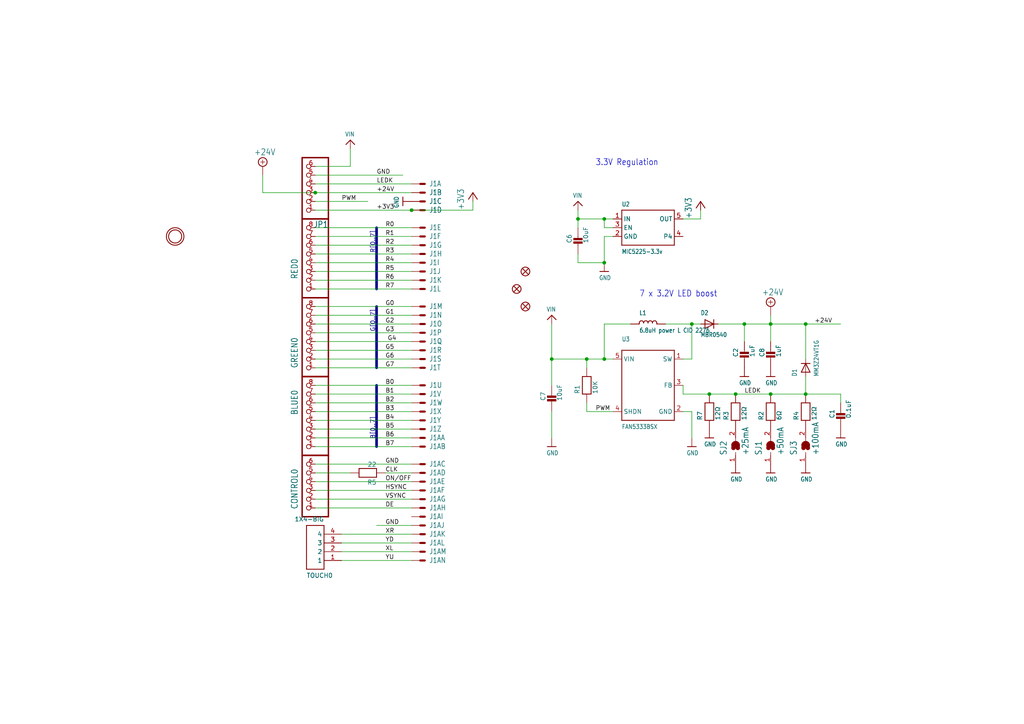
<source format=kicad_sch>
(kicad_sch (version 20230121) (generator eeschema)
  (paper "A4")
  (lib_symbols
    (symbol "working-eagle-import:+24V" (power)
      (property "Value" "+24V" (at -2.54 3.175 0))
      (symbol "+24V_1_0"
        (polyline (pts (xy -0.635 1.27) (xy 0.635 1.27)) (stroke (width 0.1524)))
        (polyline (pts (xy 0 0.635) (xy 0 1.905)) (stroke (width 0.1524)))
        (circle (center 0 1.27) (radius 1.27) (stroke (width 0.254)))
        (pin power_in line (at 0 -2.54 90) (length 2.54) (name "+24V") (number "1"))
      )
    )
    (symbol "working-eagle-import:+3V3" (power)
      (property "Value" "+3V3" (at -2.54 -5.08 90))
      (symbol "+3V3_1_0"
        (polyline (pts (xy 0 0) (xy -1.27 -1.905)) (stroke (width 0.254)))
        (polyline (pts (xy 1.27 -1.905) (xy 0 0)) (stroke (width 0.254)))
        (pin power_in line (at 0 -2.54 90) (length 2.54) (name "+3V3") (number "1"))
      )
    )
    (symbol "working-eagle-import:1X4-BIG"
      (property "Reference" "CN" (at 5.08 7.62 0))
      (symbol "1X4-BIG_1_0"
        (polyline (pts (xy 0 -7.62) (xy 0 5.08)) (stroke (width 0.254)))
        (polyline (pts (xy 0 5.08) (xy 5.08 5.08)) (stroke (width 0.254)))
        (polyline (pts (xy 5.08 -7.62) (xy 0 -7.62)) (stroke (width 0.254)))
        (polyline (pts (xy 5.08 5.08) (xy 5.08 -7.62)) (stroke (width 0.254)))
        (pin bidirectional line (at -5.08 2.54 0) (length 5.08) (name "1") (number "1"))
        (pin bidirectional line (at -5.08 0 0) (length 5.08) (name "2") (number "2"))
        (pin bidirectional line (at -5.08 -2.54 0) (length 5.08) (name "3") (number "3"))
        (pin bidirectional line (at -5.08 -5.08 0) (length 5.08) (name "4") (number "4"))
      )
    )
    (symbol "working-eagle-import:40PINFPC4-1734839-0"
      (property "Reference" "J" (at 2.54 -0.762 0))
      (symbol "40PINFPC4-1734839-0_1_0"
        (polyline (pts (xy 0 0) (xy 1.27 0)) (stroke (width 0.6096)))
        (pin passive line (at -2.54 0 0) (length 2.54) (name "MSV") (number "1"))
      )
      (symbol "40PINFPC4-1734839-0_2_0"
        (polyline (pts (xy 0 0) (xy 1.27 0)) (stroke (width 0.6096)))
        (pin passive line (at -2.54 0 0) (length 2.54) (name "MS") (number "2"))
      )
      (symbol "40PINFPC4-1734839-0_3_0"
        (polyline (pts (xy 0 0) (xy 1.27 0)) (stroke (width 0.6096)))
        (pin passive line (at -2.54 0 0) (length 2.54) (name "MS") (number "3"))
      )
      (symbol "40PINFPC4-1734839-0_4_0"
        (polyline (pts (xy 0 0) (xy 1.27 0)) (stroke (width 0.6096)))
        (pin passive line (at -2.54 0 0) (length 2.54) (name "MS") (number "4"))
      )
      (symbol "40PINFPC4-1734839-0_5_0"
        (polyline (pts (xy 0 0) (xy 1.27 0)) (stroke (width 0.6096)))
        (pin passive line (at -2.54 0 0) (length 2.54) (name "MS") (number "5"))
      )
      (symbol "40PINFPC4-1734839-0_6_0"
        (polyline (pts (xy 0 0) (xy 1.27 0)) (stroke (width 0.6096)))
        (pin passive line (at -2.54 0 0) (length 2.54) (name "MS") (number "6"))
      )
      (symbol "40PINFPC4-1734839-0_7_0"
        (polyline (pts (xy 0 0) (xy 1.27 0)) (stroke (width 0.6096)))
        (pin passive line (at -2.54 0 0) (length 2.54) (name "MS") (number "7"))
      )
      (symbol "40PINFPC4-1734839-0_8_0"
        (polyline (pts (xy 0 0) (xy 1.27 0)) (stroke (width 0.6096)))
        (pin passive line (at -2.54 0 0) (length 2.54) (name "MS") (number "8"))
      )
      (symbol "40PINFPC4-1734839-0_9_0"
        (polyline (pts (xy 0 0) (xy 1.27 0)) (stroke (width 0.6096)))
        (pin passive line (at -2.54 0 0) (length 2.54) (name "MS") (number "9"))
      )
      (symbol "40PINFPC4-1734839-0_10_0"
        (polyline (pts (xy 0 0) (xy 1.27 0)) (stroke (width 0.6096)))
        (pin passive line (at -2.54 0 0) (length 2.54) (name "MS") (number "10"))
      )
      (symbol "40PINFPC4-1734839-0_11_0"
        (polyline (pts (xy 0 0) (xy 1.27 0)) (stroke (width 0.6096)))
        (pin passive line (at -2.54 0 0) (length 2.54) (name "MS") (number "11"))
      )
      (symbol "40PINFPC4-1734839-0_12_0"
        (polyline (pts (xy 0 0) (xy 1.27 0)) (stroke (width 0.6096)))
        (pin passive line (at -2.54 0 0) (length 2.54) (name "MS") (number "12"))
      )
      (symbol "40PINFPC4-1734839-0_13_0"
        (polyline (pts (xy 0 0) (xy 1.27 0)) (stroke (width 0.6096)))
        (pin passive line (at -2.54 0 0) (length 2.54) (name "MS") (number "13"))
      )
      (symbol "40PINFPC4-1734839-0_14_0"
        (polyline (pts (xy 0 0) (xy 1.27 0)) (stroke (width 0.6096)))
        (pin passive line (at -2.54 0 0) (length 2.54) (name "MS") (number "14"))
      )
      (symbol "40PINFPC4-1734839-0_15_0"
        (polyline (pts (xy 0 0) (xy 1.27 0)) (stroke (width 0.6096)))
        (pin passive line (at -2.54 0 0) (length 2.54) (name "MS") (number "15"))
      )
      (symbol "40PINFPC4-1734839-0_16_0"
        (polyline (pts (xy 0 0) (xy 1.27 0)) (stroke (width 0.6096)))
        (pin passive line (at -2.54 0 0) (length 2.54) (name "MS") (number "16"))
      )
      (symbol "40PINFPC4-1734839-0_17_0"
        (polyline (pts (xy 0 0) (xy 1.27 0)) (stroke (width 0.6096)))
        (pin passive line (at -2.54 0 0) (length 2.54) (name "MS") (number "17"))
      )
      (symbol "40PINFPC4-1734839-0_18_0"
        (polyline (pts (xy 0 0) (xy 1.27 0)) (stroke (width 0.6096)))
        (pin passive line (at -2.54 0 0) (length 2.54) (name "MS") (number "18"))
      )
      (symbol "40PINFPC4-1734839-0_19_0"
        (polyline (pts (xy 0 0) (xy 1.27 0)) (stroke (width 0.6096)))
        (pin passive line (at -2.54 0 0) (length 2.54) (name "MS") (number "19"))
      )
      (symbol "40PINFPC4-1734839-0_20_0"
        (polyline (pts (xy 0 0) (xy 1.27 0)) (stroke (width 0.6096)))
        (pin passive line (at -2.54 0 0) (length 2.54) (name "MS") (number "20"))
      )
      (symbol "40PINFPC4-1734839-0_21_0"
        (polyline (pts (xy 0 0) (xy 1.27 0)) (stroke (width 0.6096)))
        (pin passive line (at -2.54 0 0) (length 2.54) (name "MS") (number "21"))
      )
      (symbol "40PINFPC4-1734839-0_22_0"
        (polyline (pts (xy 0 0) (xy 1.27 0)) (stroke (width 0.6096)))
        (pin passive line (at -2.54 0 0) (length 2.54) (name "MS") (number "22"))
      )
      (symbol "40PINFPC4-1734839-0_23_0"
        (polyline (pts (xy 0 0) (xy 1.27 0)) (stroke (width 0.6096)))
        (pin passive line (at -2.54 0 0) (length 2.54) (name "MS") (number "23"))
      )
      (symbol "40PINFPC4-1734839-0_24_0"
        (polyline (pts (xy 0 0) (xy 1.27 0)) (stroke (width 0.6096)))
        (pin passive line (at -2.54 0 0) (length 2.54) (name "MS") (number "24"))
      )
      (symbol "40PINFPC4-1734839-0_25_0"
        (polyline (pts (xy 0 0) (xy 1.27 0)) (stroke (width 0.6096)))
        (pin passive line (at -2.54 0 0) (length 2.54) (name "MS") (number "25"))
      )
      (symbol "40PINFPC4-1734839-0_26_0"
        (polyline (pts (xy 0 0) (xy 1.27 0)) (stroke (width 0.6096)))
        (pin passive line (at -2.54 0 0) (length 2.54) (name "MS") (number "26"))
      )
      (symbol "40PINFPC4-1734839-0_27_0"
        (polyline (pts (xy 0 0) (xy 1.27 0)) (stroke (width 0.6096)))
        (pin passive line (at -2.54 0 0) (length 2.54) (name "MS") (number "27"))
      )
      (symbol "40PINFPC4-1734839-0_28_0"
        (polyline (pts (xy 0 0) (xy 1.27 0)) (stroke (width 0.6096)))
        (pin passive line (at -2.54 0 0) (length 2.54) (name "MS") (number "28"))
      )
      (symbol "40PINFPC4-1734839-0_29_0"
        (polyline (pts (xy 0 0) (xy 1.27 0)) (stroke (width 0.6096)))
        (pin passive line (at -2.54 0 0) (length 2.54) (name "MS") (number "29"))
      )
      (symbol "40PINFPC4-1734839-0_30_0"
        (polyline (pts (xy 0 0) (xy 1.27 0)) (stroke (width 0.6096)))
        (pin passive line (at -2.54 0 0) (length 2.54) (name "MS") (number "30"))
      )
      (symbol "40PINFPC4-1734839-0_31_0"
        (polyline (pts (xy 0 0) (xy 1.27 0)) (stroke (width 0.6096)))
        (pin passive line (at -2.54 0 0) (length 2.54) (name "MS") (number "31"))
      )
      (symbol "40PINFPC4-1734839-0_32_0"
        (polyline (pts (xy 0 0) (xy 1.27 0)) (stroke (width 0.6096)))
        (pin passive line (at -2.54 0 0) (length 2.54) (name "MS") (number "32"))
      )
      (symbol "40PINFPC4-1734839-0_33_0"
        (polyline (pts (xy 0 0) (xy 1.27 0)) (stroke (width 0.6096)))
        (pin passive line (at -2.54 0 0) (length 2.54) (name "MS") (number "33"))
      )
      (symbol "40PINFPC4-1734839-0_34_0"
        (polyline (pts (xy 0 0) (xy 1.27 0)) (stroke (width 0.6096)))
        (pin passive line (at -2.54 0 0) (length 2.54) (name "MS") (number "34"))
      )
      (symbol "40PINFPC4-1734839-0_35_0"
        (polyline (pts (xy 0 0) (xy 1.27 0)) (stroke (width 0.6096)))
        (pin passive line (at -2.54 0 0) (length 2.54) (name "MS") (number "35"))
      )
      (symbol "40PINFPC4-1734839-0_36_0"
        (polyline (pts (xy 0 0) (xy 1.27 0)) (stroke (width 0.6096)))
        (pin passive line (at -2.54 0 0) (length 2.54) (name "MS") (number "36"))
      )
      (symbol "40PINFPC4-1734839-0_37_0"
        (polyline (pts (xy 0 0) (xy 1.27 0)) (stroke (width 0.6096)))
        (pin passive line (at -2.54 0 0) (length 2.54) (name "MS") (number "37"))
      )
      (symbol "40PINFPC4-1734839-0_38_0"
        (polyline (pts (xy 0 0) (xy 1.27 0)) (stroke (width 0.6096)))
        (pin passive line (at -2.54 0 0) (length 2.54) (name "MS") (number "38"))
      )
      (symbol "40PINFPC4-1734839-0_39_0"
        (polyline (pts (xy 0 0) (xy 1.27 0)) (stroke (width 0.6096)))
        (pin passive line (at -2.54 0 0) (length 2.54) (name "MS") (number "39"))
      )
      (symbol "40PINFPC4-1734839-0_40_0"
        (polyline (pts (xy 0 0) (xy 1.27 0)) (stroke (width 0.6096)))
        (pin passive line (at -2.54 0 0) (length 2.54) (name "MS") (number "40"))
      )
    )
    (symbol "working-eagle-import:CAP_CERAMIC_0805MP"
      (property "Reference" "C" (at -1.79 0.54 90))
      (symbol "CAP_CERAMIC_0805MP_1_0"
        (rectangle (start -1.27 0.508) (end 1.27 1.016) (fill (type outline)))
        (rectangle (start -1.27 1.524) (end 1.27 2.032) (fill (type outline)))
        (polyline (pts (xy 0 0.762) (xy 0 0)) (stroke (width 0.1524)))
        (polyline (pts (xy 0 2.54) (xy 0 1.778)) (stroke (width 0.1524)))
        (pin passive line (at 0 5.08 270) (length 2.54) (name "1") (number "1"))
        (pin passive line (at 0 -2.54 90) (length 2.54) (name "2") (number "2"))
      )
    )
    (symbol "working-eagle-import:DIODESMA"
      (property "Reference" "D" (at -2.54 2.54 0))
      (symbol "DIODESMA_1_0"
        (polyline (pts (xy -1.27 -1.27) (xy 1.27 0)) (stroke (width 0.254)))
        (polyline (pts (xy -1.27 1.27) (xy -1.27 -1.27)) (stroke (width 0.254)))
        (polyline (pts (xy 1.27 0) (xy -1.27 1.27)) (stroke (width 0.254)))
        (polyline (pts (xy 1.27 0) (xy 1.27 -1.27)) (stroke (width 0.254)))
        (polyline (pts (xy 1.27 1.27) (xy 1.27 0)) (stroke (width 0.254)))
        (pin passive line (at -2.54 0 0) (length 2.54) (name "A") (number "A"))
        (pin passive line (at 2.54 0 180) (length 2.54) (name "C") (number "C"))
      )
    )
    (symbol "working-eagle-import:DIODESOD-123"
      (property "Reference" "D" (at -2.54 2.54 0))
      (symbol "DIODESOD-123_1_0"
        (polyline (pts (xy -1.27 -1.27) (xy 1.27 0)) (stroke (width 0.254)))
        (polyline (pts (xy -1.27 1.27) (xy -1.27 -1.27)) (stroke (width 0.254)))
        (polyline (pts (xy 1.27 0) (xy -1.27 1.27)) (stroke (width 0.254)))
        (polyline (pts (xy 1.27 0) (xy 1.27 -1.27)) (stroke (width 0.254)))
        (polyline (pts (xy 1.27 1.27) (xy 1.27 0)) (stroke (width 0.254)))
        (pin passive line (at -2.54 0 0) (length 2.54) (name "A") (number "A"))
        (pin passive line (at 2.54 0 180) (length 2.54) (name "C") (number "C"))
      )
    )
    (symbol "working-eagle-import:FAN5331"
      (property "Reference" "U" (at -7.62 12.7 0))
      (symbol "FAN5331_1_0"
        (polyline (pts (xy -7.62 -10.16) (xy -7.62 10.16)) (stroke (width 0.254)))
        (polyline (pts (xy -7.62 10.16) (xy 7.62 10.16)) (stroke (width 0.254)))
        (polyline (pts (xy 7.62 -10.16) (xy -7.62 -10.16)) (stroke (width 0.254)))
        (polyline (pts (xy 7.62 10.16) (xy 7.62 -10.16)) (stroke (width 0.254)))
        (pin bidirectional line (at 10.16 7.62 180) (length 2.54) (name "SW") (number "1"))
        (pin bidirectional line (at 10.16 -7.62 180) (length 2.54) (name "GND") (number "2"))
        (pin bidirectional line (at 10.16 0 180) (length 2.54) (name "FB") (number "3"))
        (pin bidirectional line (at -10.16 -7.62 0) (length 2.54) (name "SHDN") (number "4"))
        (pin bidirectional line (at -10.16 7.62 0) (length 2.54) (name "VIN") (number "5"))
      )
    )
    (symbol "working-eagle-import:FIDUCIAL{dblquote}{dblquote}"
      (symbol "FIDUCIAL{dblquote}{dblquote}_1_0"
        (polyline (pts (xy -0.762 0.762) (xy 0.762 -0.762)) (stroke (width 0.254)))
        (polyline (pts (xy 0.762 0.762) (xy -0.762 -0.762)) (stroke (width 0.254)))
        (circle (center 0 0) (radius 1.27) (stroke (width 0.254)))
      )
    )
    (symbol "working-eagle-import:GND" (power)
      (property "Value" "GND" (at -1.524 -2.54 0))
      (symbol "GND_1_0"
        (polyline (pts (xy -1.27 0) (xy 1.27 0)) (stroke (width 0.254)))
        (pin power_in line (at 0 2.54 270) (length 2.54) (name "GND") (number "1"))
      )
    )
    (symbol "working-eagle-import:INDUCTORNR5040"
      (property "Reference" "L" (at -2.54 2.54 0))
      (symbol "INDUCTORNR5040_1_0"
        (arc (start -1.27 0.3173) (mid -1.9049 0.9497) (end -2.54 0.3175) (stroke (width 0.254)))
        (polyline (pts (xy -2.54 0.3175) (xy -2.54 0)) (stroke (width 0.254)))
        (polyline (pts (xy 2.54 0.3175) (xy 2.54 0)) (stroke (width 0.254)))
        (arc (start 0 0.3173) (mid -0.6349 0.9497) (end -1.27 0.3175) (stroke (width 0.254)))
        (arc (start 1.27 0.3173) (mid 0.6351 0.9497) (end 0 0.3175) (stroke (width 0.254)))
        (arc (start 2.54 0.3173) (mid 1.9051 0.9497) (end 1.27 0.3175) (stroke (width 0.254)))
        (pin passive line (at -5.08 0 0) (length 2.54) (name "1") (number "P$1"))
        (pin passive line (at 5.08 0 180) (length 2.54) (name "2") (number "P$2"))
      )
    )
    (symbol "working-eagle-import:MOUNTINGHOLE2.5"
      (symbol "MOUNTINGHOLE2.5_1_0"
        (circle (center 0 0) (radius 1.905) (stroke (width 0.254)))
        (circle (center 0 0) (radius 2.54) (stroke (width 0.254)))
      )
    )
    (symbol "working-eagle-import:PINHD-1X6B"
      (property "Reference" "JP" (at -6.35 10.795 0))
      (symbol "PINHD-1X6B_1_0"
        (polyline (pts (xy -6.35 -7.62) (xy 1.27 -7.62)) (stroke (width 0.4064)))
        (polyline (pts (xy -6.35 10.16) (xy -6.35 -7.62)) (stroke (width 0.4064)))
        (polyline (pts (xy 1.27 -7.62) (xy 1.27 10.16)) (stroke (width 0.4064)))
        (polyline (pts (xy 1.27 10.16) (xy -6.35 10.16)) (stroke (width 0.4064)))
        (pin passive inverted (at -2.54 7.62 0) (length 2.54) (name "1") (number "1"))
        (pin passive inverted (at -2.54 5.08 0) (length 2.54) (name "2") (number "2"))
        (pin passive inverted (at -2.54 2.54 0) (length 2.54) (name "3") (number "3"))
        (pin passive inverted (at -2.54 0 0) (length 2.54) (name "4") (number "4"))
        (pin passive inverted (at -2.54 -2.54 0) (length 2.54) (name "5") (number "5"))
        (pin passive inverted (at -2.54 -5.08 0) (length 2.54) (name "6") (number "6"))
      )
    )
    (symbol "working-eagle-import:PINHD-1X8BIG"
      (property "Reference" "JP" (at -6.35 10.795 0))
      (symbol "PINHD-1X8BIG_1_0"
        (polyline (pts (xy -6.35 -12.7) (xy 1.27 -12.7)) (stroke (width 0.4064)))
        (polyline (pts (xy -6.35 10.16) (xy -6.35 -12.7)) (stroke (width 0.4064)))
        (polyline (pts (xy 1.27 -12.7) (xy 1.27 10.16)) (stroke (width 0.4064)))
        (polyline (pts (xy 1.27 10.16) (xy -6.35 10.16)) (stroke (width 0.4064)))
        (pin passive inverted (at -2.54 7.62 0) (length 2.54) (name "1") (number "1"))
        (pin passive inverted (at -2.54 5.08 0) (length 2.54) (name "2") (number "2"))
        (pin passive inverted (at -2.54 2.54 0) (length 2.54) (name "3") (number "3"))
        (pin passive inverted (at -2.54 0 0) (length 2.54) (name "4") (number "4"))
        (pin passive inverted (at -2.54 -2.54 0) (length 2.54) (name "5") (number "5"))
        (pin passive inverted (at -2.54 -5.08 0) (length 2.54) (name "6") (number "6"))
        (pin passive inverted (at -2.54 -7.62 0) (length 2.54) (name "7") (number "7"))
        (pin passive inverted (at -2.54 -10.16 0) (length 2.54) (name "8") (number "8"))
      )
    )
    (symbol "working-eagle-import:RESISTOR_0805MP"
      (property "Reference" "R" (at -2.54 2.032 0))
      (symbol "RESISTOR_0805MP_1_0"
        (polyline (pts (xy -2.54 -1.27) (xy -2.54 1.27)) (stroke (width 0.254)))
        (polyline (pts (xy -2.54 1.27) (xy 2.54 1.27)) (stroke (width 0.254)))
        (polyline (pts (xy 2.54 -1.27) (xy -2.54 -1.27)) (stroke (width 0.254)))
        (polyline (pts (xy 2.54 1.27) (xy 2.54 -1.27)) (stroke (width 0.254)))
        (pin passive line (at -5.08 0 0) (length 2.54) (name "1") (number "1"))
        (pin passive line (at 5.08 0 180) (length 2.54) (name "2") (number "2"))
      )
    )
    (symbol "working-eagle-import:SOLDERJUMPER"
      (property "Reference" "SJ" (at -2.54 2.54 0))
      (symbol "SOLDERJUMPER_1_0"
        (arc (start -0.381 -0.635) (mid 0.2541 -0.0001) (end -0.3808 0.635) (stroke (width 1.27)))
        (polyline (pts (xy -2.54 0) (xy -1.651 0)) (stroke (width 0.1524)))
        (polyline (pts (xy 2.54 0) (xy 1.651 0)) (stroke (width 0.1524)))
        (arc (start 0.3808 -0.635) (mid 1.0132 -0.0001) (end 0.381 0.635) (stroke (width 1.27)))
        (pin passive line (at -5.08 0 0) (length 2.54) (name "1") (number "1"))
        (pin passive line (at 5.08 0 180) (length 2.54) (name "2") (number "2"))
      )
    )
    (symbol "working-eagle-import:VIN" (power)
      (property "Value" "VIN" (at -1.524 1.016 0))
      (symbol "VIN_1_0"
        (polyline (pts (xy -1.27 -1.27) (xy 0 0)) (stroke (width 0.254)))
        (polyline (pts (xy 0 0) (xy 1.27 -1.27)) (stroke (width 0.254)))
        (pin power_in line (at 0 -2.54 90) (length 2.54) (name "VIN") (number "1"))
      )
    )
    (symbol "working-eagle-import:VREG_SOT23-5"
      (property "Reference" "U" (at -7.62 6.096 0))
      (symbol "VREG_SOT23-5_1_0"
        (polyline (pts (xy -7.62 -5.08) (xy -7.62 5.08)) (stroke (width 0.254)))
        (polyline (pts (xy -7.62 5.08) (xy 7.62 5.08)) (stroke (width 0.254)))
        (polyline (pts (xy 7.62 -5.08) (xy -7.62 -5.08)) (stroke (width 0.254)))
        (polyline (pts (xy 7.62 5.08) (xy 7.62 -5.08)) (stroke (width 0.254)))
        (pin power_in line (at -10.16 2.54 0) (length 2.54) (name "IN") (number "1"))
        (pin power_in line (at -10.16 -2.54 0) (length 2.54) (name "GND") (number "2"))
        (pin input line (at -10.16 0 0) (length 2.54) (name "EN") (number "3"))
        (pin bidirectional line (at 10.16 -2.54 180) (length 2.54) (name "P4") (number "4"))
        (pin power_in line (at 10.16 2.54 180) (length 2.54) (name "OUT") (number "5"))
      )
    )
  )
  (junction (at 175.26 104.14))
  (junction (at 213.36 114.3))
  (junction (at 160.02 104.14))
  (junction (at 205.74 114.3))
  (junction (at 200.66 93.98))
  (junction (at 175.26 76.2))
  (junction (at 119.38 60.96))
  (junction (at 91.44 55.88))
  (junction (at 170.18 104.14))
  (junction (at 175.26 63.5))
  (junction (at 167.64 63.5))
  (junction (at 223.52 93.98))
  (junction (at 223.52 114.3))
  (junction (at 233.68 114.3))
  (junction (at 233.68 93.98))
  (junction (at 215.9 93.98))
  (wire (pts (xy 91.44 114.3) (xy 119.38 114.3)) (stroke (width 0.1524)))
  (wire (pts (xy 101.6 48.26) (xy 101.6 43.18)) (stroke (width 0.1524)))
  (wire (pts (xy 119.38 60.96) (xy 137.16 60.96)) (stroke (width 0.1524)))
  (wire (pts (xy 91.44 78.74) (xy 119.38 78.74)) (stroke (width 0.1524)))
  (wire (pts (xy 137.16 60.96) (xy 137.16 58.42)) (stroke (width 0.1524)))
  (wire (pts (xy 198.12 114.3) (xy 205.74 114.3)) (stroke (width 0.1524)))
  (wire (pts (xy 91.44 129.54) (xy 119.38 129.54)) (stroke (width 0.1524)))
  (wire (pts (xy 208.28 93.98) (xy 215.9 93.98)) (stroke (width 0.1524)))
  (wire (pts (xy 203.2 63.5) (xy 203.2 60.96)) (stroke (width 0.1524)))
  (wire (pts (xy 76.2 55.88) (xy 91.44 55.88)) (stroke (width 0.1524)))
  (wire (pts (xy 175.26 68.58) (xy 175.26 76.2)) (stroke (width 0.1524)))
  (wire (pts (xy 223.52 114.3) (xy 213.36 114.3)) (stroke (width 0.1524)))
  (wire (pts (xy 223.52 99.06) (xy 223.52 93.98)) (stroke (width 0.1524)))
  (wire (pts (xy 160.02 104.14) (xy 160.02 93.98)) (stroke (width 0.1524)))
  (wire (pts (xy 119.38 144.78) (xy 91.44 144.78)) (stroke (width 0.1524)))
  (wire (pts (xy 91.44 104.14) (xy 119.38 104.14)) (stroke (width 0.1524)))
  (wire (pts (xy 91.44 119.38) (xy 119.38 119.38)) (stroke (width 0.1524)))
  (wire (pts (xy 91.44 111.76) (xy 119.38 111.76)) (stroke (width 0.1524)))
  (wire (pts (xy 91.44 83.82) (xy 119.38 83.82)) (stroke (width 0.1524)))
  (wire (pts (xy 175.26 66.04) (xy 175.26 63.5)) (stroke (width 0.1524)))
  (wire (pts (xy 200.66 93.98) (xy 203.2 93.98)) (stroke (width 0.1524)))
  (wire (pts (xy 198.12 111.76) (xy 198.12 114.3)) (stroke (width 0.1524)))
  (wire (pts (xy 119.38 157.48) (xy 99.06 157.48)) (stroke (width 0.1524)))
  (wire (pts (xy 91.44 88.9) (xy 119.38 88.9)) (stroke (width 0.1524)))
  (wire (pts (xy 91.44 68.58) (xy 119.38 68.58)) (stroke (width 0.1524)))
  (wire (pts (xy 233.68 93.98) (xy 243.84 93.98)) (stroke (width 0.1524)))
  (wire (pts (xy 91.44 96.52) (xy 119.38 96.52)) (stroke (width 0.1524)))
  (wire (pts (xy 177.8 63.5) (xy 175.26 63.5)) (stroke (width 0.1524)))
  (wire (pts (xy 91.44 71.12) (xy 119.38 71.12)) (stroke (width 0.1524)))
  (wire (pts (xy 223.52 91.44) (xy 223.52 93.98)) (stroke (width 0.1524)))
  (wire (pts (xy 223.52 93.98) (xy 233.68 93.98)) (stroke (width 0.1524)))
  (wire (pts (xy 198.12 119.38) (xy 200.66 119.38)) (stroke (width 0.1524)))
  (wire (pts (xy 91.44 48.26) (xy 101.6 48.26)) (stroke (width 0.1524)))
  (wire (pts (xy 170.18 104.14) (xy 160.02 104.14)) (stroke (width 0.1524)))
  (wire (pts (xy 215.9 93.98) (xy 223.52 93.98)) (stroke (width 0.1524)))
  (wire (pts (xy 91.44 116.84) (xy 119.38 116.84)) (stroke (width 0.1524)))
  (wire (pts (xy 233.68 114.3) (xy 243.84 114.3)) (stroke (width 0.1524)))
  (wire (pts (xy 170.18 119.38) (xy 170.18 116.84)) (stroke (width 0.1524)))
  (wire (pts (xy 175.26 63.5) (xy 167.64 63.5)) (stroke (width 0.1524)))
  (wire (pts (xy 91.44 58.42) (xy 106.68 58.42)) (stroke (width 0.1524)))
  (wire (pts (xy 170.18 106.68) (xy 170.18 104.14)) (stroke (width 0.1524)))
  (wire (pts (xy 91.44 60.96) (xy 119.38 60.96)) (stroke (width 0.1524)))
  (wire (pts (xy 119.38 139.7) (xy 91.44 139.7)) (stroke (width 0.1524)))
  (wire (pts (xy 233.68 109.22) (xy 233.68 114.3)) (stroke (width 0.1524)))
  (wire (pts (xy 119.38 152.4) (xy 109.22 152.4)) (stroke (width 0.1524)))
  (wire (pts (xy 91.44 127) (xy 119.38 127)) (stroke (width 0.1524)))
  (wire (pts (xy 175.26 93.98) (xy 182.88 93.98)) (stroke (width 0.1524)))
  (wire (pts (xy 91.44 73.66) (xy 119.38 73.66)) (stroke (width 0.1524)))
  (wire (pts (xy 200.66 119.38) (xy 200.66 127)) (stroke (width 0.1524)))
  (wire (pts (xy 200.66 93.98) (xy 200.66 104.14)) (stroke (width 0.1524)))
  (wire (pts (xy 177.8 66.04) (xy 175.26 66.04)) (stroke (width 0.1524)))
  (wire (pts (xy 119.38 162.56) (xy 99.06 162.56)) (stroke (width 0.1524)))
  (wire (pts (xy 233.68 104.14) (xy 233.68 93.98)) (stroke (width 0.1524)))
  (wire (pts (xy 167.64 63.5) (xy 167.64 66.04)) (stroke (width 0.1524)))
  (wire (pts (xy 243.84 114.3) (xy 243.84 116.84)) (stroke (width 0.1524)))
  (wire (pts (xy 213.36 114.3) (xy 205.74 114.3)) (stroke (width 0.1524)))
  (wire (pts (xy 91.44 91.44) (xy 119.38 91.44)) (stroke (width 0.1524)))
  (wire (pts (xy 167.64 63.5) (xy 167.64 60.96)) (stroke (width 0.1524)))
  (wire (pts (xy 91.44 106.68) (xy 119.38 106.68)) (stroke (width 0.1524)))
  (wire (pts (xy 91.44 66.04) (xy 119.38 66.04)) (stroke (width 0.1524)))
  (wire (pts (xy 177.8 104.14) (xy 175.26 104.14)) (stroke (width 0.1524)))
  (wire (pts (xy 91.44 121.92) (xy 119.38 121.92)) (stroke (width 0.1524)))
  (wire (pts (xy 167.64 76.2) (xy 175.26 76.2)) (stroke (width 0.1524)))
  (bus (pts (xy 109.22 66.04) (xy 109.22 83.82)) (stroke (width 0.762)))
  (wire (pts (xy 198.12 63.5) (xy 203.2 63.5)) (stroke (width 0.1524)))
  (wire (pts (xy 91.44 81.28) (xy 119.38 81.28)) (stroke (width 0.1524)))
  (wire (pts (xy 91.44 124.46) (xy 119.38 124.46)) (stroke (width 0.1524)))
  (wire (pts (xy 167.64 73.66) (xy 167.64 76.2)) (stroke (width 0.1524)))
  (wire (pts (xy 200.66 104.14) (xy 198.12 104.14)) (stroke (width 0.1524)))
  (wire (pts (xy 175.26 104.14) (xy 170.18 104.14)) (stroke (width 0.1524)))
  (wire (pts (xy 91.44 93.98) (xy 119.38 93.98)) (stroke (width 0.1524)))
  (wire (pts (xy 175.26 104.14) (xy 175.26 93.98)) (stroke (width 0.1524)))
  (wire (pts (xy 177.8 119.38) (xy 170.18 119.38)) (stroke (width 0.1524)))
  (wire (pts (xy 119.38 55.88) (xy 91.44 55.88)) (stroke (width 0.1524)))
  (wire (pts (xy 91.44 137.16) (xy 101.6 137.16)) (stroke (width 0.1524)))
  (wire (pts (xy 160.02 119.38) (xy 160.02 127)) (stroke (width 0.1524)))
  (wire (pts (xy 119.38 154.94) (xy 99.06 154.94)) (stroke (width 0.1524)))
  (wire (pts (xy 91.44 101.6) (xy 119.38 101.6)) (stroke (width 0.1524)))
  (wire (pts (xy 91.44 99.06) (xy 119.38 99.06)) (stroke (width 0.1524)))
  (wire (pts (xy 215.9 99.06) (xy 215.9 93.98)) (stroke (width 0.1524)))
  (bus (pts (xy 109.22 88.9) (xy 109.22 106.68)) (stroke (width 0.762)))
  (wire (pts (xy 119.38 142.24) (xy 91.44 142.24)) (stroke (width 0.1524)))
  (wire (pts (xy 111.76 137.16) (xy 119.38 137.16)) (stroke (width 0.1524)))
  (wire (pts (xy 76.2 50.8) (xy 76.2 55.88)) (stroke (width 0.1524)))
  (bus (pts (xy 109.22 111.76) (xy 109.22 129.54)) (stroke (width 0.762)))
  (wire (pts (xy 119.38 53.34) (xy 91.44 53.34)) (stroke (width 0.1524)))
  (wire (pts (xy 119.38 160.02) (xy 99.06 160.02)) (stroke (width 0.1524)))
  (wire (pts (xy 116.84 50.8) (xy 91.44 50.8)) (stroke (width 0.1524)))
  (wire (pts (xy 119.38 147.32) (xy 91.44 147.32)) (stroke (width 0.1524)))
  (wire (pts (xy 177.8 68.58) (xy 175.26 68.58)) (stroke (width 0.1524)))
  (wire (pts (xy 119.38 134.62) (xy 91.44 134.62)) (stroke (width 0.1524)))
  (wire (pts (xy 223.52 114.3) (xy 233.68 114.3)) (stroke (width 0.1524)))
  (wire (pts (xy 91.44 76.2) (xy 119.38 76.2)) (stroke (width 0.1524)))
  (wire (pts (xy 193.04 93.98) (xy 200.66 93.98)) (stroke (width 0.1524)))
  (wire (pts (xy 160.02 104.14) (xy 160.02 111.76)) (stroke (width 0.1524)))
  (text "3.3V Regulation" (at 172.72 48.26 0) (effects (font (size 1.778 1.5113)) (justify left bottom)))
  (text "7 x 3.2V LED boost" (at 185.42 86.36 0) (effects (font (size 1.778 1.5113)) (justify left bottom)))
  (label "R2" (at 111.76 71.12 0) (effects (font (size 1.2446 1.2446))))
  (label "G[0..7]" (at 109.22 89.535 270) (effects (font (size 1.2446 1.2446))))
  (label "R7" (at 111.76 83.82 0) (effects (font (size 1.2446 1.2446))))
  (label "B4" (at 111.76 121.92 0) (effects (font (size 1.2446 1.2446))))
  (label "YU" (at 111.76 162.56 0) (effects (font (size 1.2446 1.2446))))
  (label "G2" (at 111.76 93.98 0) (effects (font (size 1.2446 1.2446))))
  (label "GND" (at 109.22 50.8 0) (effects (font (size 1.2446 1.2446))))
  (label "R6" (at 111.76 81.28 0) (effects (font (size 1.2446 1.2446))))
  (label "+24V" (at 109.22 55.88 0) (effects (font (size 1.2446 1.2446))))
  (label "G7" (at 111.76 106.68 0) (effects (font (size 1.2446 1.2446))))
  (label "G3" (at 111.76 96.52 0) (effects (font (size 1.2446 1.2446))))
  (label "+24V" (at 236.22 93.98 0) (effects (font (size 1.2446 1.2446))))
  (label "GND" (at 111.76 134.62 0) (effects (font (size 1.2446 1.2446))))
  (label "CLK" (at 111.76 137.16 0) (effects (font (size 1.2446 1.2446))))
  (label "PWM" (at 172.72 119.38 0) (effects (font (size 1.2446 1.2446))))
  (label "B7" (at 111.76 129.54 0) (effects (font (size 1.2446 1.2446))))
  (label "PWM" (at 99.06 58.42 0) (effects (font (size 1.2446 1.2446))))
  (label "B3" (at 111.76 119.38 0) (effects (font (size 1.2446 1.2446))))
  (label "B1" (at 111.76 114.3 0) (effects (font (size 1.2446 1.2446))))
  (label "DE" (at 111.76 147.32 0) (effects (font (size 1.2446 1.2446))))
  (label "R[0..7]" (at 109.22 66.675 270) (effects (font (size 1.2446 1.2446))))
  (label "XR" (at 111.76 154.94 0) (effects (font (size 1.2446 1.2446))))
  (label "B5" (at 111.76 124.46 0) (effects (font (size 1.2446 1.2446))))
  (label "R0" (at 111.76 66.04 0) (effects (font (size 1.2446 1.2446))))
  (label "G5" (at 111.76 101.6 0) (effects (font (size 1.2446 1.2446))))
  (label "HSYNC" (at 111.76 142.24 0) (effects (font (size 1.2446 1.2446))))
  (label "ON/OFF" (at 111.76 139.7 0) (effects (font (size 1.2446 1.2446))))
  (label "G4" (at 112.395 99.06 0) (effects (font (size 1.2446 1.2446))))
  (label "GND" (at 111.76 152.4 0) (effects (font (size 1.2446 1.2446))))
  (label "B0" (at 111.76 111.76 0) (effects (font (size 1.2446 1.2446))))
  (label "LEDK" (at 215.9 114.3 0) (effects (font (size 1.2446 1.2446))))
  (label "B6" (at 111.76 127 0) (effects (font (size 1.2446 1.2446))))
  (label "B[0..7]" (at 109.22 120.65 270) (effects (font (size 1.2446 1.2446))))
  (label "LEDK" (at 109.22 53.34 0) (effects (font (size 1.2446 1.2446))))
  (label "R1" (at 111.76 68.58 0) (effects (font (size 1.2446 1.2446))))
  (label "G6" (at 111.76 104.14 0) (effects (font (size 1.2446 1.2446))))
  (label "XL" (at 111.76 160.02 0) (effects (font (size 1.2446 1.2446))))
  (label "G0" (at 111.76 88.9 0) (effects (font (size 1.2446 1.2446))))
  (label "VSYNC" (at 111.76 144.78 0) (effects (font (size 1.2446 1.2446))))
  (label "YD" (at 111.76 157.48 0) (effects (font (size 1.2446 1.2446))))
  (label "B2" (at 111.76 116.84 0) (effects (font (size 1.2446 1.2446))))
  (label "R3" (at 111.76 73.66 0) (effects (font (size 1.2446 1.2446))))
  (label "+3V3" (at 109.22 60.96 0) (effects (font (size 1.2446 1.2446))))
  (label "R5" (at 111.76 78.74 0) (effects (font (size 1.2446 1.2446))))
  (label "G1" (at 111.76 91.44 0) (effects (font (size 1.2446 1.2446))))
  (label "R4" (at 111.76 76.2 0) (effects (font (size 1.2446 1.2446))))
  (symbol (lib_id "working-eagle-import:VIN") (at 160.02 91.44 0) (unit 1)
    (property "Reference" "#U$3" (effects hide))
    (property "Value" "VIN" (at 158.496 90.424 0) (effects (font (size 1.27 1.0795)) (justify left bottom)))
  )
  (symbol (lib_id "working-eagle-import:+24V") (at 223.52 88.9 0) (unit 1)
    (property "Reference" "#SUPPLY1" (effects hide))
    (property "Value" "+24V" (at 220.98 85.725 0) (effects (font (size 1.778 1.5113)) (justify left bottom)))
  )
  (symbol (lib_id "working-eagle-import:CAP_CERAMIC_0805MP") (at 160.02 116.84 0) (unit 1)
    (property "Reference" "C7" (at 158.23 116.3 90) (effects (justify left bottom)))
    (property "Value" "10uF" (at 163.02 116.3 90) (effects (justify left bottom)))
    (property "Footprint" "working:_0805MP" (effects hide))
  )
  (symbol (lib_id "working-eagle-import:GND") (at 175.26 78.74 0) (unit 1)
    (property "Reference" "#U$9" (effects hide))
    (property "Value" "GND" (at 173.736 81.28 0) (effects (font (size 1.27 1.0795)) (justify left bottom)))
  )
  (symbol (lib_id "working-eagle-import:40PINFPC4-1734839-0") (at 121.92 114.3 0) (unit 22)
    (property "Reference" "J1" (at 124.46 115.062 0) (effects (font (size 1.524 1.2954)) (justify left bottom)))
    (property "Value" "40PINFPC4-1734839-0" (effects hide))
    (property "Footprint" "working:4-1734839-0" (effects hide))
  )
  (symbol (lib_id "working-eagle-import:40PINFPC4-1734839-0") (at 121.92 104.14 0) (unit 19)
    (property "Reference" "J1" (at 124.46 104.902 0) (effects (font (size 1.524 1.2954)) (justify left bottom)))
    (property "Value" "40PINFPC4-1734839-0" (effects hide))
    (property "Footprint" "working:4-1734839-0" (effects hide))
  )
  (symbol (lib_id "working-eagle-import:40PINFPC4-1734839-0") (at 121.92 101.6 0) (unit 18)
    (property "Reference" "J1" (at 124.46 102.362 0) (effects (font (size 1.524 1.2954)) (justify left bottom)))
    (property "Value" "40PINFPC4-1734839-0" (effects hide))
    (property "Footprint" "working:4-1734839-0" (effects hide))
  )
  (symbol (lib_id "working-eagle-import:40PINFPC4-1734839-0") (at 121.92 96.52 0) (unit 16)
    (property "Reference" "J1" (at 124.46 97.282 0) (effects (font (size 1.524 1.2954)) (justify left bottom)))
    (property "Value" "40PINFPC4-1734839-0" (effects hide))
    (property "Footprint" "working:4-1734839-0" (effects hide))
  )
  (symbol (lib_id "working-eagle-import:SOLDERJUMPER") (at 223.52 129.54 90) (unit 1)
    (property "Reference" "SJ1" (at 220.98 132.08 0) (effects (font (size 1.778 1.5113)) (justify left bottom)))
    (property "Value" "+50mA" (at 227.33 132.08 0) (effects (font (size 1.778 1.5113)) (justify left bottom)))
    (property "Footprint" "working:SOLDERJUMPER_ARROW_NOPASTE" (effects hide))
  )
  (symbol (lib_id "working-eagle-import:RESISTOR_0805MP") (at 106.68 137.16 180) (unit 1)
    (property "Reference" "R5" (at 109.22 139.192 0) (effects (justify left bottom)))
    (property "Value" "22" (at 109.22 133.985 0) (effects (justify left bottom)))
    (property "Footprint" "working:_0805MP" (effects hide))
  )
  (symbol (lib_id "working-eagle-import:40PINFPC4-1734839-0") (at 121.92 149.86 0) (unit 35)
    (property "Reference" "J1" (at 124.46 150.622 0) (effects (font (size 1.524 1.2954)) (justify left bottom)))
    (property "Value" "40PINFPC4-1734839-0" (effects hide))
    (property "Footprint" "working:4-1734839-0" (effects hide))
  )
  (symbol (lib_id "working-eagle-import:GND") (at 233.68 137.16 0) (unit 1)
    (property "Reference" "#U$16" (effects hide))
    (property "Value" "GND" (at 232.156 139.7 0) (effects (font (size 1.27 1.0795)) (justify left bottom)))
  )
  (symbol (lib_id "working-eagle-import:40PINFPC4-1734839-0") (at 121.92 78.74 0) (unit 10)
    (property "Reference" "J1" (at 124.46 79.502 0) (effects (font (size 1.524 1.2954)) (justify left bottom)))
    (property "Value" "40PINFPC4-1734839-0" (effects hide))
    (property "Footprint" "working:4-1734839-0" (effects hide))
  )
  (symbol (lib_id "working-eagle-import:VIN") (at 167.64 58.42 0) (unit 1)
    (property "Reference" "#U$14" (effects hide))
    (property "Value" "VIN" (at 166.116 57.404 0) (effects (font (size 1.27 1.0795)) (justify left bottom)))
  )
  (symbol (lib_id "working-eagle-import:CAP_CERAMIC_0805MP") (at 215.9 104.14 0) (unit 1)
    (property "Reference" "C2" (at 214.11 103.6 90) (effects (justify left bottom)))
    (property "Value" "1uF" (at 218.9 103.6 90) (effects (justify left bottom)))
    (property "Footprint" "working:_0805MP" (effects hide))
  )
  (symbol (lib_id "working-eagle-import:PINHD-1X6B") (at 88.9 139.7 180) (unit 1)
    (property "Reference" "CONTROL0" (at 84.455 135.89 90) (effects (font (size 1.778 1.5113)) (justify left bottom)))
    (property "Value" "PINHD-1X6B" (effects hide))
    (property "Footprint" "working:1X06-BIG" (effects hide))
  )
  (symbol (lib_id "working-eagle-import:40PINFPC4-1734839-0") (at 121.92 106.68 0) (unit 20)
    (property "Reference" "J1" (at 124.46 107.442 0) (effects (font (size 1.524 1.2954)) (justify left bottom)))
    (property "Value" "40PINFPC4-1734839-0" (effects hide))
    (property "Footprint" "working:4-1734839-0" (effects hide))
  )
  (symbol (lib_id "working-eagle-import:CAP_CERAMIC_0805MP") (at 243.84 121.92 0) (unit 1)
    (property "Reference" "C1" (at 242.05 121.38 90) (effects (justify left bottom)))
    (property "Value" "0.1uF" (at 246.84 121.38 90) (effects (justify left bottom)))
    (property "Footprint" "working:_0805MP" (effects hide))
  )
  (symbol (lib_id "working-eagle-import:40PINFPC4-1734839-0") (at 121.92 71.12 0) (unit 7)
    (property "Reference" "J1" (at 124.46 71.882 0) (effects (font (size 1.524 1.2954)) (justify left bottom)))
    (property "Value" "40PINFPC4-1734839-0" (effects hide))
    (property "Footprint" "working:4-1734839-0" (effects hide))
  )
  (symbol (lib_id "working-eagle-import:40PINFPC4-1734839-0") (at 121.92 127 0) (unit 27)
    (property "Reference" "J1" (at 124.46 127.762 0) (effects (font (size 1.524 1.2954)) (justify left bottom)))
    (property "Value" "40PINFPC4-1734839-0" (effects hide))
    (property "Footprint" "working:4-1734839-0" (effects hide))
  )
  (symbol (lib_id "working-eagle-import:INDUCTORNR5040") (at 187.96 93.98 0) (unit 1)
    (property "Reference" "L1" (at 185.42 91.44 0) (effects (font (size 1.27 1.0795)) (justify left bottom)))
    (property "Value" "6.8uH power L CID 2276" (at 185.42 96.52 0) (effects (font (size 1.27 1.0795)) (justify left bottom)))
    (property "Footprint" "working:INDUCTOR_5X5MM_NR5040_NOTHERMALS" (effects hide))
  )
  (symbol (lib_id "working-eagle-import:GND") (at 213.36 137.16 0) (unit 1)
    (property "Reference" "#U$8" (effects hide))
    (property "Value" "GND" (at 211.836 139.7 0) (effects (font (size 1.27 1.0795)) (justify left bottom)))
  )
  (symbol (lib_id "working-eagle-import:40PINFPC4-1734839-0") (at 121.92 58.42 0) (unit 3)
    (property "Reference" "J1" (at 124.46 59.182 0) (effects (font (size 1.524 1.2954)) (justify left bottom)))
    (property "Value" "40PINFPC4-1734839-0" (effects hide))
    (property "Footprint" "working:4-1734839-0" (effects hide))
  )
  (symbol (lib_id "working-eagle-import:40PINFPC4-1734839-0") (at 121.92 76.2 0) (unit 9)
    (property "Reference" "J1" (at 124.46 76.962 0) (effects (font (size 1.524 1.2954)) (justify left bottom)))
    (property "Value" "40PINFPC4-1734839-0" (effects hide))
    (property "Footprint" "working:4-1734839-0" (effects hide))
  )
  (symbol (lib_id "working-eagle-import:CAP_CERAMIC_0805MP") (at 167.64 71.12 0) (unit 1)
    (property "Reference" "C6" (at 165.85 70.58 90) (effects (justify left bottom)))
    (property "Value" "10uF" (at 170.64 70.58 90) (effects (justify left bottom)))
    (property "Footprint" "working:_0805MP" (effects hide))
  )
  (symbol (lib_id "working-eagle-import:40PINFPC4-1734839-0") (at 121.92 139.7 0) (unit 31)
    (property "Reference" "J1" (at 124.46 140.462 0) (effects (font (size 1.524 1.2954)) (justify left bottom)))
    (property "Value" "40PINFPC4-1734839-0" (effects hide))
    (property "Footprint" "working:4-1734839-0" (effects hide))
  )
  (symbol (lib_id "working-eagle-import:40PINFPC4-1734839-0") (at 121.92 93.98 0) (unit 15)
    (property "Reference" "J1" (at 124.46 94.742 0) (effects (font (size 1.524 1.2954)) (justify left bottom)))
    (property "Value" "40PINFPC4-1734839-0" (effects hide))
    (property "Footprint" "working:4-1734839-0" (effects hide))
  )
  (symbol (lib_id "working-eagle-import:40PINFPC4-1734839-0") (at 121.92 144.78 0) (unit 33)
    (property "Reference" "J1" (at 124.46 145.542 0) (effects (font (size 1.524 1.2954)) (justify left bottom)))
    (property "Value" "40PINFPC4-1734839-0" (effects hide))
    (property "Footprint" "working:4-1734839-0" (effects hide))
  )
  (symbol (lib_id "working-eagle-import:GND") (at 116.84 58.42 270) (unit 1)
    (property "Reference" "#U$10" (effects hide))
    (property "Value" "GND" (at 114.3 56.896 0) (effects (font (size 1.27 1.0795)) (justify left bottom)))
  )
  (symbol (lib_id "working-eagle-import:40PINFPC4-1734839-0") (at 121.92 111.76 0) (unit 21)
    (property "Reference" "J1" (at 124.46 112.522 0) (effects (font (size 1.524 1.2954)) (justify left bottom)))
    (property "Value" "40PINFPC4-1734839-0" (effects hide))
    (property "Footprint" "working:4-1734839-0" (effects hide))
  )
  (symbol (lib_id "working-eagle-import:CAP_CERAMIC_0805MP") (at 223.52 104.14 0) (unit 1)
    (property "Reference" "C8" (at 221.73 103.6 90) (effects (justify left bottom)))
    (property "Value" "1uF" (at 226.52 103.6 90) (effects (justify left bottom)))
    (property "Footprint" "working:_0805MP" (effects hide))
  )
  (symbol (lib_id "working-eagle-import:VREG_SOT23-5") (at 187.96 66.04 0) (unit 1)
    (property "Reference" "U2" (at 180.34 59.944 0) (effects (font (size 1.27 1.0795)) (justify left bottom)))
    (property "Value" "MIC5225-3.3v" (at 180.34 73.66 0) (effects (font (size 1.27 1.0795)) (justify left bottom)))
    (property "Footprint" "working:SOT23-5" (effects hide))
  )
  (symbol (lib_id "working-eagle-import:SOLDERJUMPER") (at 233.68 129.54 90) (unit 1)
    (property "Reference" "SJ3" (at 231.14 132.08 0) (effects (font (size 1.778 1.5113)) (justify left bottom)))
    (property "Value" "+100mA" (at 237.49 132.08 0) (effects (font (size 1.778 1.5113)) (justify left bottom)))
    (property "Footprint" "working:SOLDERJUMPER_ARROW_NOPASTE" (effects hide))
  )
  (symbol (lib_id "working-eagle-import:40PINFPC4-1734839-0") (at 121.92 53.34 0) (unit 1)
    (property "Reference" "J1" (at 124.46 54.102 0) (effects (font (size 1.524 1.2954)) (justify left bottom)))
    (property "Value" "40PINFPC4-1734839-0" (effects hide))
    (property "Footprint" "working:4-1734839-0" (effects hide))
  )
  (symbol (lib_id "working-eagle-import:40PINFPC4-1734839-0") (at 121.92 81.28 0) (unit 11)
    (property "Reference" "J1" (at 124.46 82.042 0) (effects (font (size 1.524 1.2954)) (justify left bottom)))
    (property "Value" "40PINFPC4-1734839-0" (effects hide))
    (property "Footprint" "working:4-1734839-0" (effects hide))
  )
  (symbol (lib_id "working-eagle-import:40PINFPC4-1734839-0") (at 121.92 137.16 0) (unit 30)
    (property "Reference" "J1" (at 124.46 137.922 0) (effects (font (size 1.524 1.2954)) (justify left bottom)))
    (property "Value" "40PINFPC4-1734839-0" (effects hide))
    (property "Footprint" "working:4-1734839-0" (effects hide))
  )
  (symbol (lib_id "working-eagle-import:40PINFPC4-1734839-0") (at 121.92 124.46 0) (unit 26)
    (property "Reference" "J1" (at 124.46 125.222 0) (effects (font (size 1.524 1.2954)) (justify left bottom)))
    (property "Value" "40PINFPC4-1734839-0" (effects hide))
    (property "Footprint" "working:4-1734839-0" (effects hide))
  )
  (symbol (lib_id "working-eagle-import:+24V") (at 76.2 48.26 0) (unit 1)
    (property "Reference" "#SUPPLY2" (effects hide))
    (property "Value" "+24V" (at 73.66 45.085 0) (effects (font (size 1.778 1.5113)) (justify left bottom)))
  )
  (symbol (lib_id "working-eagle-import:PINHD-1X8BIG") (at 88.9 99.06 180) (unit 1)
    (property "Reference" "GREEN0" (at 84.455 97.79 90) (effects (font (size 1.778 1.5113)) (justify left bottom)))
    (property "Value" "PINHD-1X8BIG" (effects hide))
    (property "Footprint" "working:1X08-BIG" (effects hide))
  )
  (symbol (lib_id "working-eagle-import:PINHD-1X8BIG") (at 88.9 121.92 180) (unit 1)
    (property "Reference" "BLUE0" (at 84.455 113.03 90) (effects (font (size 1.778 1.5113)) (justify left bottom)))
    (property "Value" "PINHD-1X8BIG" (effects hide))
    (property "Footprint" "working:1X08-BIG" (effects hide))
  )
  (symbol (lib_id "working-eagle-import:SOLDERJUMPER") (at 213.36 129.54 90) (unit 1)
    (property "Reference" "SJ2" (at 210.82 132.08 0) (effects (font (size 1.778 1.5113)) (justify left bottom)))
    (property "Value" "+25mA" (at 217.17 132.08 0) (effects (font (size 1.778 1.5113)) (justify left bottom)))
    (property "Footprint" "working:SOLDERJUMPER_ARROW_NOPASTE" (effects hide))
  )
  (symbol (lib_id "working-eagle-import:40PINFPC4-1734839-0") (at 121.92 119.38 0) (unit 24)
    (property "Reference" "J1" (at 124.46 120.142 0) (effects (font (size 1.524 1.2954)) (justify left bottom)))
    (property "Value" "40PINFPC4-1734839-0" (effects hide))
    (property "Footprint" "working:4-1734839-0" (effects hide))
  )
  (symbol (lib_id "working-eagle-import:MOUNTINGHOLE2.5") (at 50.8 68.58 0) (unit 1)
    (property "Reference" "U$7" (effects hide))
    (property "Value" "MOUNTINGHOLE2.5" (effects hide))
    (property "Footprint" "working:MOUNTINGHOLE_2.5_PLATED" (effects hide))
  )
  (symbol (lib_id "working-eagle-import:40PINFPC4-1734839-0") (at 121.92 99.06 0) (unit 17)
    (property "Reference" "J1" (at 124.46 99.822 0) (effects (font (size 1.524 1.2954)) (justify left bottom)))
    (property "Value" "40PINFPC4-1734839-0" (effects hide))
    (property "Footprint" "working:4-1734839-0" (effects hide))
  )
  (symbol (lib_id "working-eagle-import:40PINFPC4-1734839-0") (at 121.92 160.02 0) (unit 39)
    (property "Reference" "J1" (at 124.46 160.782 0) (effects (font (size 1.524 1.2954)) (justify left bottom)))
    (property "Value" "40PINFPC4-1734839-0" (effects hide))
    (property "Footprint" "working:4-1734839-0" (effects hide))
  )
  (symbol (lib_id "working-eagle-import:GND") (at 223.52 137.16 0) (unit 1)
    (property "Reference" "#U$6" (effects hide))
    (property "Value" "GND" (at 221.996 139.7 0) (effects (font (size 1.27 1.0795)) (justify left bottom)))
  )
  (symbol (lib_id "working-eagle-import:GND") (at 205.74 127 0) (unit 1)
    (property "Reference" "#U$11" (effects hide))
    (property "Value" "GND" (at 204.216 129.54 0) (effects (font (size 1.27 1.0795)) (justify left bottom)))
  )
  (symbol (lib_id "working-eagle-import:40PINFPC4-1734839-0") (at 121.92 73.66 0) (unit 8)
    (property "Reference" "J1" (at 124.46 74.422 0) (effects (font (size 1.524 1.2954)) (justify left bottom)))
    (property "Value" "40PINFPC4-1734839-0" (effects hide))
    (property "Footprint" "working:4-1734839-0" (effects hide))
  )
  (symbol (lib_id "working-eagle-import:40PINFPC4-1734839-0") (at 121.92 152.4 0) (unit 36)
    (property "Reference" "J1" (at 124.46 153.162 0) (effects (font (size 1.524 1.2954)) (justify left bottom)))
    (property "Value" "40PINFPC4-1734839-0" (effects hide))
    (property "Footprint" "working:4-1734839-0" (effects hide))
  )
  (symbol (lib_id "working-eagle-import:FIDUCIAL{dblquote}{dblquote}") (at 152.4 78.74 0) (unit 1)
    (property "Reference" "FID1" (effects hide))
    (property "Value" "FIDUCIAL{dblquote}{dblquote}" (effects hide))
    (property "Footprint" "working:FIDUCIAL_1MM" (effects hide))
  )
  (symbol (lib_id "working-eagle-import:40PINFPC4-1734839-0") (at 121.92 121.92 0) (unit 25)
    (property "Reference" "J1" (at 124.46 122.682 0) (effects (font (size 1.524 1.2954)) (justify left bottom)))
    (property "Value" "40PINFPC4-1734839-0" (effects hide))
    (property "Footprint" "working:4-1734839-0" (effects hide))
  )
  (symbol (lib_id "working-eagle-import:40PINFPC4-1734839-0") (at 121.92 157.48 0) (unit 38)
    (property "Reference" "J1" (at 124.46 158.242 0) (effects (font (size 1.524 1.2954)) (justify left bottom)))
    (property "Value" "40PINFPC4-1734839-0" (effects hide))
    (property "Footprint" "working:4-1734839-0" (effects hide))
  )
  (symbol (lib_id "working-eagle-import:PINHD-1X6B") (at 88.9 53.34 180) (unit 1)
    (property "Reference" "JP1" (at 95.25 64.135 0) (effects (font (size 1.778 1.5113)) (justify left bottom)))
    (property "Value" "PINHD-1X6B" (effects hide))
    (property "Footprint" "working:1X06-BIG" (effects hide))
  )
  (symbol (lib_id "working-eagle-import:DIODESOD-123") (at 205.74 93.98 0) (unit 1)
    (property "Reference" "D2" (at 203.2 91.44 0) (effects (font (size 1.27 1.0795)) (justify left bottom)))
    (property "Value" "MBR0540" (at 203.2 97.79 0) (effects (font (size 1.27 1.0795)) (justify left bottom)))
    (property "Footprint" "working:SOD-123" (effects hide))
  )
  (symbol (lib_id "working-eagle-import:RESISTOR_0805MP") (at 213.36 119.38 90) (unit 1)
    (property "Reference" "R3" (at 211.328 121.92 0) (effects (justify left bottom)))
    (property "Value" "12Ω" (at 216.535 121.92 0) (effects (justify left bottom)))
    (property "Footprint" "working:_0805MP" (effects hide))
  )
  (symbol (lib_id "working-eagle-import:40PINFPC4-1734839-0") (at 121.92 162.56 0) (unit 40)
    (property "Reference" "J1" (at 124.46 163.322 0) (effects (font (size 1.524 1.2954)) (justify left bottom)))
    (property "Value" "40PINFPC4-1734839-0" (effects hide))
    (property "Footprint" "working:4-1734839-0" (effects hide))
  )
  (symbol (lib_id "working-eagle-import:40PINFPC4-1734839-0") (at 121.92 142.24 0) (unit 32)
    (property "Reference" "J1" (at 124.46 143.002 0) (effects (font (size 1.524 1.2954)) (justify left bottom)))
    (property "Value" "40PINFPC4-1734839-0" (effects hide))
    (property "Footprint" "working:4-1734839-0" (effects hide))
  )
  (symbol (lib_id "working-eagle-import:40PINFPC4-1734839-0") (at 121.92 134.62 0) (unit 29)
    (property "Reference" "J1" (at 124.46 135.382 0) (effects (font (size 1.524 1.2954)) (justify left bottom)))
    (property "Value" "40PINFPC4-1734839-0" (effects hide))
    (property "Footprint" "working:4-1734839-0" (effects hide))
  )
  (symbol (lib_id "working-eagle-import:FIDUCIAL{dblquote}{dblquote}") (at 149.86 83.82 0) (unit 1)
    (property "Reference" "FID2" (effects hide))
    (property "Value" "FIDUCIAL{dblquote}{dblquote}" (effects hide))
    (property "Footprint" "working:FIDUCIAL_1MM" (effects hide))
  )
  (symbol (lib_id "working-eagle-import:40PINFPC4-1734839-0") (at 121.92 68.58 0) (unit 6)
    (property "Reference" "J1" (at 124.46 69.342 0) (effects (font (size 1.524 1.2954)) (justify left bottom)))
    (property "Value" "40PINFPC4-1734839-0" (effects hide))
    (property "Footprint" "working:4-1734839-0" (effects hide))
  )
  (symbol (lib_id "working-eagle-import:40PINFPC4-1734839-0") (at 121.92 66.04 0) (unit 5)
    (property "Reference" "J1" (at 124.46 66.802 0) (effects (font (size 1.524 1.2954)) (justify left bottom)))
    (property "Value" "40PINFPC4-1734839-0" (effects hide))
    (property "Footprint" "working:4-1734839-0" (effects hide))
  )
  (symbol (lib_id "working-eagle-import:GND") (at 160.02 129.54 0) (unit 1)
    (property "Reference" "#U$12" (effects hide))
    (property "Value" "GND" (at 158.496 132.08 0) (effects (font (size 1.27 1.0795)) (justify left bottom)))
  )
  (symbol (lib_id "working-eagle-import:GND") (at 215.9 109.22 0) (unit 1)
    (property "Reference" "#U$5" (effects hide))
    (property "Value" "GND" (at 214.376 111.76 0) (effects (font (size 1.27 1.0795)) (justify left bottom)))
  )
  (symbol (lib_id "working-eagle-import:40PINFPC4-1734839-0") (at 121.92 154.94 0) (unit 37)
    (property "Reference" "J1" (at 124.46 155.702 0) (effects (font (size 1.524 1.2954)) (justify left bottom)))
    (property "Value" "40PINFPC4-1734839-0" (effects hide))
    (property "Footprint" "working:4-1734839-0" (effects hide))
  )
  (symbol (lib_id "working-eagle-import:40PINFPC4-1734839-0") (at 121.92 60.96 0) (unit 4)
    (property "Reference" "J1" (at 124.46 61.722 0) (effects (font (size 1.524 1.2954)) (justify left bottom)))
    (property "Value" "40PINFPC4-1734839-0" (effects hide))
    (property "Footprint" "working:4-1734839-0" (effects hide))
  )
  (symbol (lib_id "working-eagle-import:RESISTOR_0805MP") (at 170.18 111.76 90) (unit 1)
    (property "Reference" "R1" (at 168.148 114.3 0) (effects (justify left bottom)))
    (property "Value" "10K" (at 173.355 114.3 0) (effects (justify left bottom)))
    (property "Footprint" "working:_0805MP" (effects hide))
  )
  (symbol (lib_id "working-eagle-import:40PINFPC4-1734839-0") (at 121.92 55.88 0) (unit 2)
    (property "Reference" "J1" (at 124.46 56.642 0) (effects (font (size 1.524 1.2954)) (justify left bottom)))
    (property "Value" "40PINFPC4-1734839-0" (effects hide))
    (property "Footprint" "working:4-1734839-0" (effects hide))
  )
  (symbol (lib_id "working-eagle-import:40PINFPC4-1734839-0") (at 121.92 147.32 0) (unit 34)
    (property "Reference" "J1" (at 124.46 148.082 0) (effects (font (size 1.524 1.2954)) (justify left bottom)))
    (property "Value" "40PINFPC4-1734839-0" (effects hide))
    (property "Footprint" "working:4-1734839-0" (effects hide))
  )
  (symbol (lib_id "working-eagle-import:GND") (at 200.66 129.54 0) (unit 1)
    (property "Reference" "#U$13" (effects hide))
    (property "Value" "GND" (at 199.136 132.08 0) (effects (font (size 1.27 1.0795)) (justify left bottom)))
  )
  (symbol (lib_id "working-eagle-import:PINHD-1X8BIG") (at 88.9 76.2 180) (unit 1)
    (property "Reference" "RED0" (at 84.455 74.93 90) (effects (font (size 1.778 1.5113)) (justify left bottom)))
    (property "Value" "PINHD-1X8BIG" (effects hide))
    (property "Footprint" "working:1X08-BIG" (effects hide))
  )
  (symbol (lib_id "working-eagle-import:DIODESMA") (at 233.68 106.68 90) (unit 1)
    (property "Reference" "D1" (at 231.14 109.22 0) (effects (font (size 1.27 1.0795)) (justify left bottom)))
    (property "Value" "MM3Z24VT1G" (at 237.49 109.22 0) (effects (font (size 1.27 1.0795)) (justify left bottom)))
    (property "Footprint" "working:SMADIODE" (effects hide))
  )
  (symbol (lib_id "working-eagle-import:GND") (at 223.52 109.22 0) (unit 1)
    (property "Reference" "#U$1" (effects hide))
    (property "Value" "GND" (at 221.996 111.76 0) (effects (font (size 1.27 1.0795)) (justify left bottom)))
  )
  (symbol (lib_id "working-eagle-import:FIDUCIAL{dblquote}{dblquote}") (at 152.4 88.9 0) (unit 1)
    (property "Reference" "FID3" (effects hide))
    (property "Value" "FIDUCIAL{dblquote}{dblquote}" (effects hide))
    (property "Footprint" "working:FIDUCIAL_1MM" (effects hide))
  )
  (symbol (lib_id "working-eagle-import:RESISTOR_0805MP") (at 223.52 119.38 90) (unit 1)
    (property "Reference" "R2" (at 221.488 121.92 0) (effects (justify left bottom)))
    (property "Value" "6Ω" (at 226.695 121.92 0) (effects (justify left bottom)))
    (property "Footprint" "working:_0805MP" (effects hide))
  )
  (symbol (lib_id "working-eagle-import:40PINFPC4-1734839-0") (at 121.92 83.82 0) (unit 12)
    (property "Reference" "J1" (at 124.46 84.582 0) (effects (font (size 1.524 1.2954)) (justify left bottom)))
    (property "Value" "40PINFPC4-1734839-0" (effects hide))
    (property "Footprint" "working:4-1734839-0" (effects hide))
  )
  (symbol (lib_id "working-eagle-import:RESISTOR_0805MP") (at 233.68 119.38 90) (unit 1)
    (property "Reference" "R4" (at 231.648 121.92 0) (effects (justify left bottom)))
    (property "Value" "12Ω" (at 236.855 121.92 0) (effects (justify left bottom)))
    (property "Footprint" "working:_0805MP" (effects hide))
  )
  (symbol (lib_id "working-eagle-import:40PINFPC4-1734839-0") (at 121.92 129.54 0) (unit 28)
    (property "Reference" "J1" (at 124.46 130.302 0) (effects (font (size 1.524 1.2954)) (justify left bottom)))
    (property "Value" "40PINFPC4-1734839-0" (effects hide))
    (property "Footprint" "working:4-1734839-0" (effects hide))
  )
  (symbol (lib_id "working-eagle-import:RESISTOR_0805MP") (at 205.74 119.38 90) (unit 1)
    (property "Reference" "R7" (at 203.708 121.92 0) (effects (justify left bottom)))
    (property "Value" "12Ω" (at 208.915 121.92 0) (effects (justify left bottom)))
    (property "Footprint" "working:_0805MP" (effects hide))
  )
  (symbol (lib_id "working-eagle-import:FAN5331") (at 187.96 111.76 0) (unit 1)
    (property "Reference" "U3" (at 180.34 99.06 0) (effects (font (size 1.27 1.0795)) (justify left bottom)))
    (property "Value" "FAN5333BSX" (at 180.34 124.46 0) (effects (font (size 1.27 1.0795)) (justify left bottom)))
    (property "Footprint" "working:SOT23-5@1" (effects hide))
  )
  (symbol (lib_id "working-eagle-import:40PINFPC4-1734839-0") (at 121.92 88.9 0) (unit 13)
    (property "Reference" "J1" (at 124.46 89.662 0) (effects (font (size 1.524 1.2954)) (justify left bottom)))
    (property "Value" "40PINFPC4-1734839-0" (effects hide))
    (property "Footprint" "working:4-1734839-0" (effects hide))
  )
  (symbol (lib_id "working-eagle-import:40PINFPC4-1734839-0") (at 121.92 91.44 0) (unit 14)
    (property "Reference" "J1" (at 124.46 92.202 0) (effects (font (size 1.524 1.2954)) (justify left bottom)))
    (property "Value" "40PINFPC4-1734839-0" (effects hide))
    (property "Footprint" "working:4-1734839-0" (effects hide))
  )
  (symbol (lib_id "working-eagle-import:+3V3") (at 203.2 58.42 0) (unit 1)
    (property "Reference" "#+3V2" (effects hide))
    (property "Value" "+3V3" (at 200.66 63.5 90) (effects (font (size 1.778 1.5113)) (justify left bottom)))
  )
  (symbol (lib_id "working-eagle-import:+3V3") (at 137.16 55.88 0) (unit 1)
    (property "Reference" "#+3V1" (effects hide))
    (property "Value" "+3V3" (at 134.62 60.96 90) (effects (font (size 1.778 1.5113)) (justify left bottom)))
  )
  (symbol (lib_id "working-eagle-import:1X4-BIG") (at 93.98 160.02 180) (unit 1)
    (property "Reference" "TOUCH0" (at 88.9 167.64 0) (effects (justify right top)))
    (property "Value" "1X4-BIG" (at 93.98 149.86 0) (effects (justify left bottom)))
    (property "Footprint" "working:1X04-BIG" (effects hide))
  )
  (symbol (lib_id "working-eagle-import:GND") (at 243.84 127 0) (unit 1)
    (property "Reference" "#U$2" (effects hide))
    (property "Value" "GND" (at 242.316 129.54 0) (effects (font (size 1.27 1.0795)) (justify left bottom)))
  )
  (symbol (lib_id "working-eagle-import:40PINFPC4-1734839-0") (at 121.92 116.84 0) (unit 23)
    (property "Reference" "J1" (at 124.46 117.602 0) (effects (font (size 1.524 1.2954)) (justify left bottom)))
    (property "Value" "40PINFPC4-1734839-0" (effects hide))
    (property "Footprint" "working:4-1734839-0" (effects hide))
  )
  (symbol (lib_id "working-eagle-import:VIN") (at 101.6 40.64 0) (unit 1)
    (property "Reference" "#U$4" (effects hide))
    (property "Value" "VIN" (at 100.076 39.624 0) (effects (font (size 1.27 1.0795)) (justify left bottom)))
  )
)
</source>
